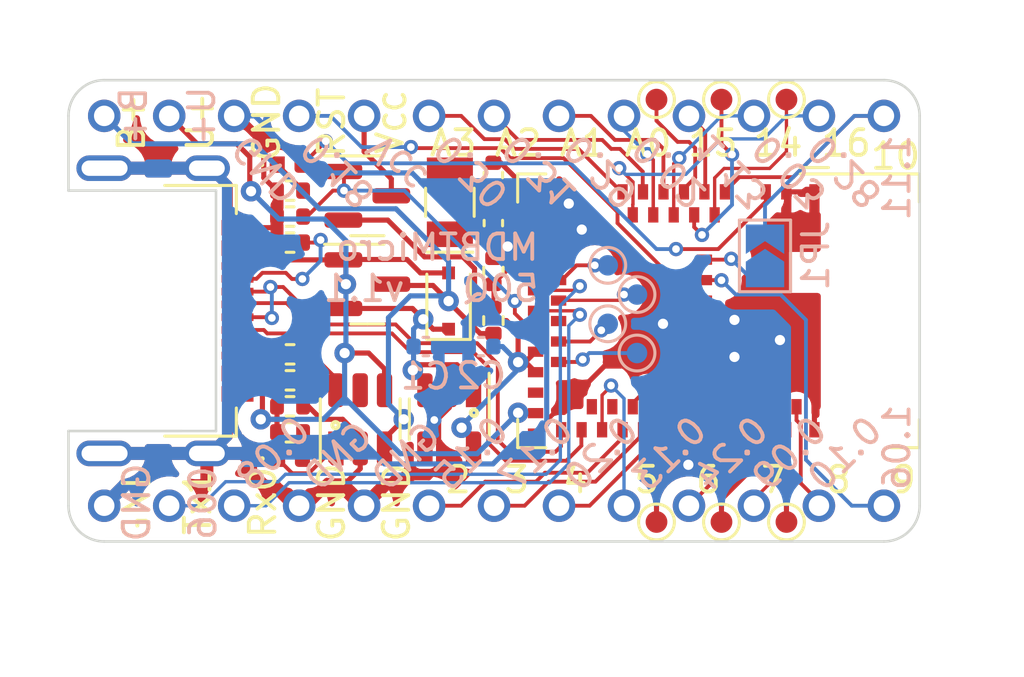
<source format=kicad_pcb>
(kicad_pcb (version 20211014) (generator pcbnew)
  (title_block (title "MDBTMicro-50Q") (date "2022-10-15") (rev "1.1") (comment 1 "For Raytac MDBT50Q (Nordic nRF52840/33 module)") (comment 2 "MIT License (OSHW)"))
  (layers (0 "F.Cu" signal) (31 "B.Cu" signal) (34 "B.Paste" user) (35 "F.Paste" user) (36 "B.SilkS" user "B.Silkscreen") (37 "F.SilkS" user "F.Silkscreen") (38 "B.Mask" user) (39 "F.Mask" user) (44 "Edge.Cuts" user))
  (net 0 "")
  (net 1 "/P0.06")
  (net 2 "/P0.08")
  (net 3 "GND")
  (net 4 "/P0.15")
  (net 5 "/P0.17")
  (net 6 "/P0.20")
  (net 7 "/P0.13")
  (net 8 "/P0.24")
  (net 9 "/P0.09")
  (net 10 "/P0.10")
  (net 11 "/P1.06")
  (net 12 "VBUS")
  (net 13 "nRF_VDD")
  (net 14 "/P0.30")
  (net 15 "/P0.31")
  (net 16 "/P0.29")
  (net 17 "/P0.02")
  (net 18 "/P0.03")
  (net 19 "/P0.28")
  (net 20 "/P1.11")
  (net 21 "VBAT")
  (net 22 "SWDIO")
  (net 23 "SWCLK")
  (net 24 "USB_D+")
  (net 25 "USB_D-")
  (net 26 "Net-(LD1-Pad1)")
  (net 27 "Net-(LD2-Pad1)")
  (net 28 "LED_PIN")
  (net 29 "RESET")
  (net 30 "EXT_VCC")
  (net 31 "POWER_PIN")
  (net 32 "/P1.04")
  (net 33 "/P1.12")
  (net 34 "/P1.14")
  (net 35 "/P1.15")
  (net 37 "BATTERY_PIN")
  (net 38 "Net-(C1-Pad1)")
  (net 39 "Net-(C3-Pad2)")
  (net 40 "Net-(C4-Pad2)")
  (net 41 "/P1.13")
  (net 42 "Net-(J2-PadA5)")
  (net 44 "Net-(J2-PadB5)")
  (net 46 "Net-(LD1-Pad2)")
  (net 47 "Net-(R3-Pad2)")
  (net 48 "/P0.07")
  (net 49 "/P0.05")
  (net 50 "/P0.12")
  (net 51 "/P0.11")
  (footprint "RF_Module:Raytac_MDBT50Q" (layer "F.Cu") (at 156.093 101.6 -90)
    (fp_text reference "U2" hide)
    (fp_text value "MDBT50Q-x1MV2")
  )
  (footprint "Crystal:Crystal_SMD_MicroCrystal_CC7V-T1A-2Pin_3.2x1.5mm" (layer "F.Cu") (at 145.5928 97.3582 90)
    (fp_text reference "X1" hide)
    (fp_text value "32.768kHz")
  )
  (footprint "Resistor_SMD:R_0402_1005Metric" (layer "F.Cu") (at 139.3444 96.901)
    (fp_text reference "R4" hide)
    (fp_text value "1k")
  )
  (footprint "" (layer "F.Cu") (at 132.08 109.22)
    (fp_text reference "")
    (fp_text value "")
  )
  (footprint "Capacitor_SMD:C_0402_1005Metric" (layer "F.Cu") (at 147.2928 98.171 90)
    (fp_text reference "C4" hide)
    (fp_text value "12pF")
  )
  (footprint "" (layer "F.Cu") (at 132.08 93.98)
    (fp_text reference "")
    (fp_text value "")
  )
  (footprint "TestPoint:TestPoint_Pad_D1.0mm" (layer "F.Cu") (at 153.67 109.855)
    (fp_text reference "TP8" hide)
    (fp_text value "GND")
  )
  (footprint "Resistor_SMD:R_0402_1005Metric" (layer "F.Cu") (at 147.2946 101.981 -90)
    (fp_text reference "R5" hide)
    (fp_text value "820k")
  )
  (footprint "Package_TO_SOT_SMD:SOT-23" (layer "F.Cu") (at 142.367 97.1042)
    (fp_text reference "Q2" hide)
    (fp_text value "AO3407")
  )
  (footprint "Resistor_SMD:R_0402_1005Metric" (layer "F.Cu") (at 139.3444 104.3178)
    (fp_text reference "R9" hide)
    (fp_text value "5.1k")
  )
  (footprint "Package_TO_SOT_SMD:SOT-23-6" (layer "F.Cu") (at 142.0876 105.8418 90)
    (fp_text reference "U3" hide)
    (fp_text value "TP4057")
  )
  (footprint "TestPoint:TestPoint_Pad_D1.0mm" (layer "F.Cu") (at 158.75 93.345)
    (fp_text reference "TP1" hide)
    (fp_text value "TestPoint" hide)
  )
  (footprint "Resistor_SMD:R_0402_1005Metric" (layer "F.Cu") (at 139.3444 105.3338)
    (fp_text reference "R1" hide)
    (fp_text value "100k")
  )
  (footprint "MDBTMicro_library:USB Type-C Mid-Mount Receptacle 16P" (layer "F.Cu") (at 133.0452 101.6 -90)
    (fp_text reference "J2" hide)
    (fp_text value "USB_C_Receptacle_USB2.0")
  )
  (footprint "TestPoint:TestPoint_Pad_D1.0mm" (layer "F.Cu") (at 153.67 93.345)
    (fp_text reference "TP3" hide)
    (fp_text value "TestPoint" hide)
  )
  (footprint "TestPoint:TestPoint_Pad_D1.0mm" (layer "F.Cu") (at 158.75 109.855)
    (fp_text reference "TP10" hide)
    (fp_text value "SWCLK")
  )
  (footprint "Package_TO_SOT_SMD:SOT-23-5" (layer "F.Cu") (at 145.5674 105.8418 -90)
    (fp_text reference "U1" hide)
    (fp_text value "XC6220B331MR-G")
  )
  (footprint "Resistor_SMD:R_0402_1005Metric" (layer "F.Cu") (at 139.3464 103.3018)
    (fp_text reference "R3" hide)
    (fp_text value "Rprog")
  )
  (footprint "Diode_SMD:D_SOD-323F" (layer "F.Cu") (at 145.542 101.219 90)
    (fp_text reference "D1" hide)
    (fp_text value "1N5819")
  )
  (footprint "TestPoint:TestPoint_Pad_D1.0mm" (layer "F.Cu") (at 156.21 93.345)
    (fp_text reference "TP2" hide)
    (fp_text value "TestPoint" hide)
  )
  (footprint "Capacitor_SMD:C_0402_1005Metric" (layer "F.Cu") (at 147.2928 96.2914 -90)
    (fp_text reference "C3" hide)
    (fp_text value "12pF")
  )
  (footprint "LED_SMD:LED_0402_1005Metric" (layer "F.Cu") (at 139.3285 95.885)
    (fp_text reference "LD2" hide)
    (fp_text value "User")
  )
  (footprint "Resistor_SMD:R_0402_1005Metric" (layer "F.Cu") (at 139.3444 98.933 180)
    (fp_text reference "R8" hide)
    (fp_text value "5.1k")
  )
  (footprint "Resistor_SMD:R_0402_1005Metric" (layer "F.Cu") (at 139.3444 97.917 180)
    (fp_text reference "R7" hide)
    (fp_text value "2M")
  )
  (footprint "TestPoint:TestPoint_Pad_D1.0mm" (layer "F.Cu") (at 156.21 109.855)
    (fp_text reference "TP9" hide)
    (fp_text value "SWDIO")
  )
  (footprint "Resistor_SMD:R_0402_1005Metric" (layer "F.Cu") (at 147.2946 100.0506 -90)
    (fp_text reference "R6" hide)
    (fp_text value "2M")
  )
  (footprint "Resistor_SMD:R_0402_1005Metric" (layer "F.Cu") (at 139.3444 106.3498 180)
    (fp_text reference "R2" hide)
    (fp_text value "1k")
  )
  (footprint "LED_SMD:LED_0402_1005Metric" (layer "F.Cu") (at 139.3444 107.383)
    (fp_text reference "LD1" hide)
    (fp_text value "Charging")
  )
  (footprint "Package_TO_SOT_SMD:SOT-23" (layer "F.Cu") (at 142.367 100.5586)
    (fp_text reference "Q1" hide)
    (fp_text value "AO3407")
  )
  (footprint "MDBTMicro_library:ProMicro" (layer "F.Cu") (at 134.62 109.22)
    (fp_text reference "J1" hide)
    (fp_text value "ProMicro Pinout")
  )
  (footprint "TestPoint:TestPoint_Pad_D1.0mm" (layer "B.Cu") (at 151.765 102.108 180)
    (fp_text reference "TP7" hide)
    (fp_text value "TestPoint" hide)
  )
  (footprint "Capacitor_SMD:C_0402_1005Metric" (layer "B.Cu") (at 144.653 102.997)
    (fp_text reference "C1")
    (fp_text value "1uF")
  )
  (footprint "TestPoint:TestPoint_Pad_D1.0mm" (layer "B.Cu") (at 152.908 103.251 180)
    (fp_text reference "TP6" hide)
    (fp_text value "TestPoint" hide)
  )
  (footprint "TestPoint:TestPoint_Pad_D1.0mm" (layer "B.Cu") (at 152.908 100.965 180)
    (fp_text reference "TP4" hide)
    (fp_text value "TestPoint" hide)
  )
  (footprint "Capacitor_SMD:C_0402_1005Metric" (layer "B.Cu") (at 146.812 102.997 180)
    (fp_text reference "C2")
    (fp_text value "1uF")
  )
  (footprint "Jumper:SolderJumper-2_P1.3mm_Open_TrianglePad1.0x1.5mm" (layer "B.Cu") (at 157.9118 99.4526 90)
    (fp_text reference "JP1")
    (fp_text value "SolderJumper_2_Open" hide)
  )
  (footprint "TestPoint:TestPoint_Pad_D1.0mm" (layer "B.Cu") (at 151.765 99.822 180)
    (fp_text reference "TP5" hide)
    (fp_text value "TestPoint" hide)
  )
  (gr_circle (center 146.5326 105.5878) (end 146.5834 105.5878) (layer "F.SilkS") (width 0.15) (fill none))
  (gr_circle (center 141.1224 106.0704) (end 141.1732 106.0704) (layer "F.SilkS") (width 0.15) (fill none))
  (gr_line (start 162.56 110.617) (end 132.08 110.617) (layer "Edge.Cuts") (width 0.1))
  (gr_line (start 132.08 92.583) (end 162.56 92.583) (layer "Edge.Cuts") (width 0.1))
  (gr_line (start 130.683 96.901) (end 130.683 93.98) (layer "Edge.Cuts") (width 0.1))
  (gr_arc (start 162.56 92.583) (mid 163.547828 92.992172) (end 163.957 93.98) (layer "Edge.Cuts") (width 0.1))
  (gr_line (start 130.683 109.22) (end 130.683 106.299) (layer "Edge.Cuts") (width 0.1))
  (gr_line (start 136.45 106.3) (end 136.45 96.9) (layer "Edge.Cuts") (width 0.1))
  (gr_line (start 130.683 106.299) (end 136.45 106.3) (layer "Edge.Cuts") (width 0.1))
  (gr_arc (start 132.08 110.617) (mid 131.092172 110.207828) (end 130.683 109.22) (layer "Edge.Cuts") (width 0.1))
  (gr_arc (start 163.957 109.22) (mid 163.547828 110.207828) (end 162.56 110.617) (layer "Edge.Cuts") (width 0.1))
  (gr_line (start 163.957 93.98) (end 163.957 109.22) (layer "Edge.Cuts") (width 0.1))
  (gr_arc (start 130.683 93.98) (mid 131.092172 92.992172) (end 132.08 92.583) (layer "Edge.Cuts") (width 0.1))
  (gr_line (start 136.45 96.9) (end 130.683 96.901) (layer "Edge.Cuts") (width 0.1))
  (gr_text "GND" (at 141.224 107.289015 45) (layer "B.SilkS") (effects (font (size 1 1)) (justify mirror)))
  (gr_text "GND" (at 143.891 107.289015 45) (layer "B.SilkS") (effects (font (size 1 1)) (justify mirror)))
  (gr_text "006" (at 135.9408 109.1184 90) (layer "B.SilkS") (effects (font (size 1 1)) (justify mirror)))
  (gr_text "0.02" (at 154.178 96.139 135) (layer "B.SilkS") (effects (font (size 1 1)) (justify mirror)))
  (gr_text "0.03" (at 158.877 96.139 135) (layer "B.SilkS") (effects (font (size 1 1)) (justify mirror)))
  (gr_text "0.15" (at 146.431 107.188 45) (layer "B.SilkS") (effects (font (size 1 1)) (justify mirror)))
  (gr_text "MDBTMicro\n50Q   v1.1" (at 149.1488 99.9236) (layer "B.SilkS") (effects (font (size 1 1)) (justify left mirror)))
  (gr_text "1.11" (at 163.068 96.393 90) (layer "B.SilkS") (effects (font (size 1 1)) (justify mirror)))
  (gr_text "0.20\n" (at 151.511 107.188 45) (layer "B.SilkS") (effects (font (size 1 1)) (justify mirror)))
  (gr_text "0.31" (at 149.098 96.139 135) (layer "B.SilkS") (effects (font (size 1 1)) (justify mirror)))
  (gr_text "B+" (at 133.223 93.98 90) (layer "B.SilkS") (effects (font (size 1 1)) (justify mirror)))
  (gr_text "0.08" (at 138.684 107.188 45) (layer "B.SilkS") (effects (font (size 1 1)) (justify mirror)))
  (gr_text "0.28" (at 161.036 96.139 135) (layer "B.SilkS") (effects (font (size 1 1)) (justify mirror)))
  (gr_text "0.29" (at 151.511 96.139 135) (layer "B.SilkS") (effects (font (size 1 1)) (justify mirror)))
  (gr_text "0.17\n" (at 148.971 107.188 45) (layer "B.SilkS") (effects (font (size 1 1)) (justify mirror)))
  (gr_text "0.18" (at 141.224 96.139 135) (layer "B.SilkS") (effects (font (size 1 1)) (justify mirror)))
  (gr_text "GND" (at 133.35 109.093 90) (layer "B.SilkS") (effects (font (size 1 1)) (justify mirror)))
  (gr_text "0.10\n" (at 161.036 107.188 45) (layer "B.SilkS") (effects (font (size 1 1)) (justify mirror)))
  (gr_text "0.13" (at 154.178 107.188 45) (layer "B.SilkS") (effects (font (size 1 1)) (justify mirror)))
  (gr_text "1.06" (at 163.068 106.934 90) (layer "B.SilkS") (effects (font (size 1 1)) (justify mirror)))
  (gr_text "U+" (at 135.89 93.98 90) (layer "B.SilkS") (effects (font (size 1 1)) (justify mirror)))
  (gr_text "V_{CC}" (at 143.51 95.82922 135) (layer "B.SilkS") (effects (font (size 1 1)) (justify mirror)))
  (gr_text "0.24" (at 156.591 107.188 45) (layer "B.SilkS") (effects (font (size 1 1)) (justify mirror)))
  (gr_text "1.13" (at 156.591 96.139 135) (layer "B.SilkS") (effects (font (size 1 1)) (justify mirror)))
  (gr_text "GND" (at 138.43 96.037985 135) (layer "B.SilkS") (effects (font (size 1 1)) (justify mirror)))
  (gr_text "0.30" (at 146.431 96.139 135) (layer "B.SilkS") (effects (font (size 1 1)) (justify mirror)))
  (gr_text "0.09\n" (at 158.877 107.188 45) (layer "B.SilkS") (effects (font (size 1 1)) (justify mirror)))
  (gr_text "14" (at 158.4198 95.0468) (layer "F.SilkS") (effects (font (size 1 1))))
  (gr_text "2" (at 145.923 108.204) (layer "F.SilkS") (effects (font (size 1 1))))
  (gr_text "Rx0" (at 138.2776 109.093 90) (layer "F.SilkS") (effects (font (size 1 1))))
  (gr_text "GND" (at 138.43 94.234 90) (layer "F.SilkS") (effects (font (size 1 1))))
  (gr_text "A1\n" (at 150.7998 95.0468) (layer "F.SilkS") (effects (font (size 1 1))))
  (gr_text "A2\n" (at 148.2598 95.0468) (layer "F.SilkS") (effects (font (size 1 1))))
  (gr_text "RST" (at 140.97 94.233999 90) (layer "F.SilkS") (effects (font (size 1 1))))
  (gr_text "U+" (at 135.8392 94.21019 90) (layer "F.SilkS") (effects (font (size 1 1))))
  (gr_text "V_{CC}" (at 143.256 94.234 90) (layer "F.SilkS") (effects (font (size 1 1))))
  (gr_text "15" (at 155.8798 95.0468) (layer "F.SilkS") (effects (font (size 1 1))))
  (gr_text "GND" (at 133.35 109.093 90) (layer "F.SilkS") (effects (font (size 1 1))))
  (gr_text "8" (at 160.782 108.204) (layer "F.SilkS") (effects (font (size 1 1))))
  (gr_text "10" (at 163.0172 95.5548) (layer "F.SilkS") (effects (font (size 1 1))))
  (gr_text "GND" (at 143.51 109.093 90) (layer "F.SilkS") (effects (font (size 1 1))))
  (gr_text "A3" (at 145.7198 95.0468) (layer "F.SilkS") (effects (font (size 1 1))))
  (gr_text "9" (at 163.322 108.204) (layer "F.SilkS") (effects (font (size 1 1))))
  (gr_text "B+" (at 133.1468 94.234 90) (layer "F.SilkS") (effects (font (size 1 1))))
  (gr_text "5" (at 153.289 108.204) (layer "F.SilkS") (effects (font (size 1 1))))
  (gr_text "4" (at 150.495 108.204) (layer "F.SilkS") (effects (font (size 1 1))))
  (gr_text "7" (at 158.242 108.204) (layer "F.SilkS") (effects (font (size 1 1))))
  (gr_text "Tx1" (at 135.7376 109.092999 90) (layer "F.SilkS") (effects (font (size 1 1))))
  (gr_text "6" (at 155.702 108.204) (layer "F.SilkS") (effects (font (size 1 1))))
  (gr_text "A0" (at 153.3398 95.0468) (layer "F.SilkS") (effects (font (size 1 1))))
  (gr_text "16" (at 161.0868 95.0468) (layer "F.SilkS") (effects (font (size 1 1))))
  (gr_text "GND" (at 140.97 109.093 90) (layer "F.SilkS") (effects (font (size 1 1))))
  (gr_text "3\n" (at 148.209 108.204) (layer "F.SilkS") (effects (font (size 1 1))))
  (segment (start 150.5076 100.8) (end 148.943 100.8) (width 0.13) (layer "F.Cu") (net 1))
  (segment (start 150.6728 100.6348) (end 150.5076 100.8) (width 0.13) (layer "F.Cu") (net 1))
  (via (at 150.6728 100.6348) (size 0.56) (drill 0.3) (layers "F.Cu" "B.Cu") (net 1))
  (segment (start 139.167909 107.990001) (end 138.87771 108.2802) (width 0.13) (layer "B.Cu") (net 1))
  (segment (start 149.353309 107.990001) (end 139.167909 107.990001) (width 0.13) (layer "B.Cu") (net 1))
  (segment (start 149.9108 101.3968) (end 149.9108 107.43251) (width 0.13) (layer "B.Cu") (net 1))
  (segment (start 135.887207 109.22) (end 134.62 109.22) (width 0.13) (layer "B.Cu") (net 1))
  (segment (start 150.6728 100.6348) (end 149.9108 101.3968) (width 0.13) (layer "B.Cu") (net 1))
  (segment (start 138.87771 108.2802) (end 136.827007 108.2802) (width 0.13) (layer "B.Cu") (net 1))
  (segment (start 149.9108 107.43251) (end 149.353309 107.990001) (width 0.13) (layer "B.Cu") (net 1))
  (segment (start 136.827007 108.2802) (end 135.887207 109.22) (width 0.13) (layer "B.Cu") (net 1))
  (segment (start 150.5204 101.6) (end 148.943 101.6) (width 0.13) (layer "F.Cu") (net 2))
  (segment (start 150.6728 101.7524) (end 150.5204 101.6) (width 0.13) (layer "F.Cu") (net 2))
  (via (at 150.6728 101.7524) (size 0.56) (drill 0.3) (layers "F.Cu" "B.Cu") (net 2))
  (segment (start 150.6728 101.7524) (end 150.2408 102.1844) (width 0.13) (layer "B.Cu") (net 2))
  (segment (start 150.2408 107.5692) (end 149.49 108.32) (width 0.13) (layer "B.Cu") (net 2))
  (segment (start 139.3046 108.32) (end 138.4046 109.22) (width 0.13) (layer "B.Cu") (net 2))
  (segment (start 150.2408 102.1844) (end 150.2408 107.5692) (width 0.13) (layer "B.Cu") (net 2))
  (segment (start 138.4046 109.22) (end 137.16 109.22) (width 0.13) (layer "B.Cu") (net 2))
  (segment (start 149.49 108.32) (end 139.3046 108.32) (width 0.13) (layer "B.Cu") (net 2))
  (segment (start 138.8344 97.917) (end 138.8344 98.933) (width 0.2) (layer "F.Cu") (net 3))
  (segment (start 158.743 99.258578) (end 158.743 101.593) (width 0.2) (layer "F.Cu") (net 3))
  (segment (start 141.4018 105.8418) (end 142.0876 106.5276) (width 0.2) (layer "F.Cu") (net 3))
  (segment (start 138.820236 96.901) (end 138.3185 96.399264) (width 0.2) (layer "F.Cu") (net 3))
  (segment (start 147.2946 99.0854) (end 147.8534 99.0854) (width 0.2) (layer "F.Cu") (net 3))
  (segment (start 150.241 97.409) (end 150.622 97.409) (width 0.2) (layer "F.Cu") (net 3))
  (segment (start 154.051 100.838) (end 150.6855 97.4725) (width 0.2) (layer "F.Cu") (net 3))
  (segment (start 138.8384 103.3018) (end 139.8544 104.3178) (width 0.2) (layer "F.Cu") (net 3))
  (segment (start 137.0076 98.2674) (end 136.906 98.1658) (width 0.4) (layer "F.Cu") (net 3))
  (segment (start 143.383 108.1278) (end 144.767796 108.1278) (width 0.2) (layer "F.Cu") (net 3))
  (segment (start 149.479 105.7855) (end 149.479 105.918) (width 0.18) (layer "F.Cu") (net 3))
  (segment (start 158.8008 97.663) (end 158.8008 97.0078) (width 0.2) (layer "F.Cu") (net 3))
  (segment (start 159.843 96.95) (end 158.743 96.95) (width 0.2) (layer "F.Cu") (net 3))
  (segment (start 138.3185 95.1385) (end 137.16 93.98) (width 0.2) (layer "F.Cu") (net 3))
  (segment (start 132.2302 107.175) (end 134.252 107.175) (width 0.2) (layer "F.Cu") (net 3))
  (segment (start 139.9794 109.4994) (end 139.7 109.22) (width 0.2) (layer "F.Cu") (net 3))
  (segment (start 147.2928 99.0872) (end 147.2928 99.5388) (width 0.2) (layer "F.Cu") (net 3))
  (segment (start 141.3764 108.6866) (end 140.6652 108.6866) (width 0.2) (layer "F.Cu") (net 3))
  (segment (start 147.3796 95.8114) (end 147.572569 95.8114) (width 0.2) (layer "F.Cu") (net 3))
  (segment (start 154.9146 107.6198) (end 154.7622 107.6198) (width 0.2) (layer "F.Cu") (net 3))
  (segment (start 150.013 96.8) (end 148.943 96.8) (width 0.2) (layer "F.Cu") (net 3))
  (segment (start 150.6855 97.4725) (end 150.013 96.8) (width 0.2) (layer "F.Cu") (net 3))
  (segment (start 138.8344 97.917) (end 138.8344 96.901) (width 0.2) (layer "F.Cu") (net 3))
  (segment (start 137.0076 104.9326) (end 136.906 105.0342) (width 0.4) (layer "F.Cu") (net 3))
  (segment (start 158.8008 98.7298) (end 158.8008 97.663) (width 0.2) (layer "F.Cu") (net 3))
  (segment (start 152.273 103.759) (end 151.638 103.759) (width 0.2) (layer "F.Cu") (net 3))
  (segment (start 142.0876 106.5276) (end 142.0876 106.9793) (width 0.2) (layer "F.Cu") (net 3))
  (segment (start 158.743 101.593) (end 158.743 102.482) (width 0.2) (layer "F.Cu") (net 3))
  (segment (start 142.24 109.22) (end 141.9606 109.4994) (width 0.2) (layer "F.Cu") (net 3))
  (segment (start 158.743 102.482) (end 158.743 103.5488) (width 0.2) (layer "F.Cu") (net 3))
  (segment (start 140.6652 108.6866) (end 139.9794 109.3724) (width 0.2) (layer "F.Cu") (net 3))
  (segment (start 136.906 96.7008) (end 136.2302 96.025) (width 0.4) (layer "F.Cu") (net 3))
  (segment (start 139.9794 109.3724) (end 139.9794 109.4994) (width 0.2) (layer "F.Cu") (net 3))
  (segment (start 153.924 102.108) (end 152.273 103.759) (width 0.2) (layer "F.Cu") (net 3))
  (segment (start 158.8008 97.0078) (end 158.743 96.95) (width 0.2) (layer "F.Cu") (net 3))
  (segment (start 150.622 97.409) (end 150.6855 97.4725) (width 0.2) (layer "F.Cu") (net 3))
  (segment (start 154.7622 107.6198) (end 153.67 108.712) (width 0.2) (layer "F.Cu") (net 3))
  (segment (start 147.2928 99.5388) (end 147.2946 99.5406) (width 0.2) (layer "F.Cu") (net 3))
  (segment (start 147.2928 99.0872) (end 147.2946 99.0854) (width 0.2) (layer "F.Cu") (net 3))
  (segment (start 147.2928 98.8182) (end 147.2928 99.0872) (width 0.2) (layer "F.Cu") (net 3))
  (segment (start 137.0902 98.35) (end 137.0076 98.2674) (width 0.2) (layer "F.Cu") (net 3))
  (segment (start 139.319 109.22) (end 139.7 109.22) (width 0.2) (layer "F.Cu") (net 3))
  (segment (start 149.479 105.918) (end 148.997 106.4) (width 0.18) (layer "F.Cu") (net 3))
  (segment (start 153.924 102.108) (end 154.051 101.981) (width 0.2) (layer "F.Cu") (net 3))
  (segment (start 138.8618 98.35) (end 138.8618 97.9444) (width 0.2) (layer "F.Cu") (net 3))
  (segment (start 136.2302 107.175) (end 137.274 107.175) (width 0.2) (layer "F.Cu") (net 3))
  (segment (start 134.252 107.556) (end 134.252 107.175) (width 0.2) (layer "F.Cu") (net 3))
  (segment (start 139.8544 104.3178) (end 139.8544 105.3338) (width 0.2) (layer "F.Cu") (net 3))
  (segment (start 137.0902 104.85) (end 137.0076 104.9326) (width 0.2) (layer "F.Cu") (net 3))
  (segment (start 137.0902 98.35) (end 138.8618 98.35) (width 0.2) (layer "F.Cu") (net 3))
  (segment (start 151.638 103.759) (end 149.86 105.537) (width 0.2) (layer "F.Cu") (net 3))
  (segment (start 158.8008 97.663) (end 158.8008 99.200778) (width 0.2) (layer "F.Cu") (net 3))
  (segment (start 145.5674 105.3846) (end 145.5674 104.7043) (width 0.2) (layer "F.Cu") (net 3))
  (segment (start 148.997 106.4) (end 148.943 106.4) (width 0.2) (layer "F.Cu") (net 3))
  (segment (start 141.3764 108.4834) (end 142.0876 107.7722) (width 0.2) (layer "F.Cu") (net 3))
  (segment (start 132.969 108.331) (end 133.477 108.331) (width 0.2) (layer "F.Cu") (net 3))
  (segment (start 140.0556 105.3338) (end 140.5636 105.8418) (width 0.2) (layer "F.Cu") (net 3))
  (segment (start 136.906 106.4992) (end 136.2302 107.175) (width 0.4) (layer "F.Cu") (net 3))
  (segment (start 145.1524 107.743196) (end 145.1524 105.7996) (width 0.2) (layer "F.Cu") (net 3))
  (segment (start 137.274 107.175) (end 139.319 109.22) (width 0.2) (layer "F.Cu") (net 3))
  (segment (start 140.5636 105.8418) (end 141.4018 105.8418) (width 0.2) (layer "F.Cu") (net 3))
  (segment (start 141.3764 108.6866) (end 141.3764 108.4834) (width 0.2) (layer "F.Cu") (net 3))
  (segment (start 153.67 108.712) (end 153.67 109.8042) (width 0.2) (layer "F.Cu") (net 3))
  (segment (start 138.8618 97.9444) (end 138.8344 97.917) (width 0.2) (layer "F.Cu") (net 3))
  (segment (start 139.8544 105.3338) (end 140.0556 105.3338) (width 0.2) (layer "F.Cu") (net 3))
  (segment (start 136.906 98.1658) (end 136.906 96.7008) (width 0.4) (layer "F.Cu") (net 3))
  (segment (start 142.2908 109.22) (end 143.383 108.1278) (width 0.2) (layer "F.Cu") (net 3))
  (segment (start 136.2302 96.025) (end 132.2302 96.025) (width 0.2) (layer "F.Cu") (net 3))
  (segment (start 159.843 104.6488) (end 159.843 106.25) (width 0.2) (layer "F.Cu") (net 3))
  (segment (start 149.7275 105.537) (end 149.479 105.7855) (width 0.18) (layer "F.Cu") (net 3))
  (segment (start 136.906 105.0342) (end 136.906 106.4992) (width 0.4) (layer "F.Cu") (net 3))
  (segment (start 141.9606 109.4994) (end 141.9606 109.2708) (width 0.2) (layer "F.Cu") (net 3))
  (segment (start 154.051 101.981) (end 154.051 100.838) (width 0.2) (layer "F.Cu") (net 3))
  (segment (start 145.1524 105.7996) (end 145.5674 105.3846) (width 0.2) (layer "F.Cu") (net 3))
  (segment (start 142.0876 107.7722) (end 142.0876 106.9793) (width 0.2) (layer "F.Cu") (net 3))
  (segment (start 138.3185 96.399264) (end 138.3185 95.1385) (width 0.2) (layer "F.Cu") (net 3))
  (segment (start 133.477 108.331) (end 134.252 107.556) (width 0.2) (layer "F.Cu") (net 3))
  (segment (start 132.08 109.22) (end 132.969 108.331) (width 0.2) (layer "F.Cu") (net 3))
  (segment (start 148.561169 96.8) (end 148.943 96.8) (width 0.2) (layer "F.Cu") (net 3))
  (segment (start 142.24 109.22) (end 142.2908 109.22) (width 0.2) (layer "F.Cu") (net 3))
  (segment (start 134.252 107.175) (end 136.2302 107.175) (width 0.2) (layer "F.Cu") (net 3))
  (segment (start 138.8364 103.3018) (end 138.8384 103.3018) (width 0.2) (layer "F.Cu") (net 3))
  (segment (start 144.767796 108.1278) (end 145.1524 107.743196) (width 0.2) (layer "F.Cu") (net 3))
  (segment (start 141.9606 109.2708) (end 141.3764 108.6866) (width 0.2) (layer "F.Cu") (net 3))
  (segment (start 147.572569 95.8114) (end 148.561169 96.8) (width 0.2) (layer "F.Cu") (net 3))
  (segment (start 158.8008 99.200778) (end 158.743 99.258578) (width 0.2) (layer "F.Cu") (net 3))
  (segment (start 158.743 103.5488) (end 159.843 104.6488) (width 0.2) (layer "F.Cu") (net 3))
  (segment (start 149.86 105.537) (end 149.7275 105.537) (width 0.18) (layer "F.Cu") (net 3))
  (via (at 154.9146 107.6198) (size 0.8) (drill 0.4) (layers "F.Cu" "B.Cu") (net 3))
  (via (at 147.8534 99.0854) (size 0.8) (drill 0.4) (layers "F.Cu" "B.Cu") (net 3))
  (via (at 150.241 97.409) (size 0.8) (drill 0.4) (layers "F.Cu" "B.Cu") (net 3))
  (via (at 158.496 102.743) (size 0.8) (drill 0.4) (layers "F.Cu" "B.Cu") (net 3))
  (via (at 156.718 103.4034) (size 0.8) (drill 0.4) (layers "F.Cu" "B.Cu") (net 3))
  (via (at 153.924 102.108) (size 0.8) (drill 0.4) (layers "F.Cu" "B.Cu") (net 3))
  (via (at 144.9832 105.8672) (size 0.56) (drill 0.3) (layers "F.Cu" "B.Cu") (net 3))
  (via (at 150.749 98.425) (size 0.8) (drill 0.4) (layers "F.Cu" "B.Cu") (net 3))
  (via (at 156.718 101.9556) (size 0.8) (drill 0.4) (layers "F.Cu" "B.Cu") (net 3))
  (segment (start 149.0218 106.4006) (end 149.3774 106.045) (width 0.2) (layer "B.Cu") (net 3))
  (segment (start 149.4282 96.5962) (end 147.8534 96.5962) (width 0.2) (layer "B.Cu") (net 3))
  (segment (start 156.718 104.521) (end 158.496 102.743) (width 0.2) (layer "B.Cu") (net 3))
  (segment (start 147.278399 107.585201) (end 148.463 106.4006) (width 0.2) (layer "B.Cu") (net 3))
  (segment (start 137.16 93.98) (end 137.9728 93.98) (width 0.2) (layer "B.Cu") (net 3))
  (segment (start 143.043601 107.585201) (end 147.278399 107.585201) (width 0.2) (layer "B.Cu") (net 3))
  (segment (start 149.3774 100.6094) (end 147.8534 99.0854) (width 0.2) (layer "B.Cu") (net 3))
  (segment (start 136.8806 106.5246) (end 136.2302 107.175) (width 0.4) (layer "B.Cu") (net 3))
  (segment (start 154.559 104.521) (end 154.94 104.521) (width 0.2) (layer "B.Cu") (net 3))
  (segment (start 153.924 103.886) (end 154.559 104.521) (width 0.2) (layer "B.Cu") (net 3))
  (segment (start 146.332 102.997) (end 146.304 103.025) (width 0.2) (layer "B.Cu") (net 3))
  (segment (start 145.1864 103.0504) (end 145.1864 105.664) (width 0.2) (layer "B.Cu") (net 3))
  (segment (start 146.304 104.5464) (end 144.9832 105.8672) (width 0.2) (layer "B.Cu") (net 3))
  (segment (start 136.2426 107.1626) (end 136.268 107.1372) (width 0.2) (layer "B.Cu") (net 3))
  (segment (start 150.241 97.409) (end 149.4282 96.5962) (width 0.2) (layer "B.Cu") (net 3))
  (segment (start 145.1864 105.664) (end 144.9832 105.8672) (width 0.2) (layer "B.Cu") (net 3))
  (segment (start 144.5006 96.5962) (end 147.8534 96.5962) (width 0.2) (layer "B.Cu") (net 3))
  (segment (start 148.463 106.4006) (end 149.0218 106.4006) (width 0.2) (layer "B.Cu") (net 3))
  (segment (start 137.9728 93.98) (end 140.202 96.2092) (width 0.2) (layer "B.Cu") (net 3))
  (segment (start 145.133 102.997) (end 145.1864 103.0504) (width 0.2) (layer "B.Cu") (net 3))
  (segment (start 136.268 107.1372) (end 142.5956 107.1372) (width 0.2) (layer "B.Cu") (net 3))
  (segment (start 142.5956 107.1372) (end 143.043601 107.585201) (width 0.2) (layer "B.Cu") (net 3))
  (segment (start 149.3774 106.045) (end 149.3774 100.6094) (width 0.2) (layer "B.Cu") (net 3))
  (segment (start 154.94 104.521) (end 156.718 104.521) (width 0.2) (layer "B.Cu") (net 3))
  (segment (start 154.9146 107.6198) (end 154.94 107.5944) (width 0.2) (layer "B.Cu") (net 3))
  (segment (start 153.924 102.108) (end 153.924 103.886) (width 0.2) (layer "B.Cu") (net 3))
  (segment (start 154.94 107.5944) (end 154.94 104.521) (width 0.2) (layer "B.Cu") (net 3))
  (segment (start 136.2302 96.025) (end 136.8806 96.6754) (width 0.4) (layer "B.Cu") (net 3))
  (segment (start 144.1136 96.2092) (end 144.5006 96.5962) (width 0.2) (layer "B.Cu") (net 3))
  (segment (start 146.304 103.025) (end 146.304 104.5464) (width 0.2) (layer "B.Cu") (net 3))
  (segment (start 147.8534 99.0854) (end 147.8534 96.5962) (width 0.2) (layer "B.Cu") (net 3))
  (segment (start 140.202 96.2092) (end 144.1136 96.2092) (width 0.2) (layer "B.Cu") (net 3))
  (segment (start 148.971 100.203) (end 147.8534 99.0854) (width 0.2) (layer "B.Cu") (net 3))
  (segment (start 136.8806 96.6754) (end 136.8806 106.5246) (width 0.4) (layer "B.Cu") (net 3))
  (segment (start 152.343 106.25) (end 152.343 106.5592) (width 0.15) (layer "F.Cu") (net 4))
  (segment (start 148.958625 108.2802) (end 146.972865 108.2802) (width 0.15) (layer "F.Cu") (net 4))
  (segment (start 146.972865 108.2802) (end 146.033065 109.22) (width 0.15) (layer "F.Cu") (net 4))
  (segment (start 152.343 106.5592) (end 150.972 107.9302) (width 0.15) (layer "F.Cu") (net 4))
  (segment (start 146.033065 109.22) (end 144.78 109.22) (width 0.15) (layer "F.Cu") (net 4))
  (segment (start 150.972 107.9302) (end 149.308625 107.9302) (width 0.15) (layer "F.Cu") (net 4))
  (segment (start 149.308625 107.9302) (end 148.958625 108.2802) (width 0.15) (layer "F.Cu") (net 4))
  (segment (start 153.143 106.4196) (end 153.143 106.25) (width 0.15) (layer "F.Cu") (net 5))
  (segment (start 149.4536 108.2802) (end 151.2824 108.2802) (width 0.15) (layer "F.Cu") (net 5))
  (segment (start 148.5138 109.22) (end 149.4536 108.2802) (width 0.15) (layer "F.Cu") (net 5))
  (segment (start 147.32 109.22) (end 148.5138 109.22) (width 0.15) (layer "F.Cu") (net 5))
  (segment (start 151.2824 108.2802) (end 153.143 106.4196) (width 0.15) (layer "F.Cu") (net 5))
  (segment (start 151.0538 109.22) (end 149.86 109.22) (width 0.15) (layer "F.Cu") (net 6))
  (segment (start 153.8558 107.1372) (end 153.1366 107.1372) (width 0.15) (layer "F.Cu") (net 6))
  (segment (start 154.743 106.25) (end 153.8558 107.1372) (width 0.15) (layer "F.Cu") (net 6))
  (segment (start 153.1366 107.1372) (end 151.0538 109.22) (width 0.15) (layer "F.Cu") (net 6))
  (segment (start 151.892 104.5464) (end 151.543 104.8954) (width 0.13) (layer "F.Cu") (net 7))
  (segment (start 151.892 104.521) (end 151.892 104.5464) (width 0.13) (layer "F.Cu") (net 7))
  (segment (start 151.543 104.8954) (end 151.543 106.25) (width 0.13) (layer "F.Cu") (net 7))
  (via (at 151.892 104.521) (size 0.56) (drill 0.3) (layers "F.Cu" "B.Cu") (net 7))
  (segment (start 152.4 105.029) (end 152.4 109.22) (width 0.13) (layer "B.Cu") (net 7))
  (segment (start 151.892 104.521) (end 152.4 105.029) (width 0.13) (layer "B.Cu") (net 7))
  (segment (start 156.343 106.25) (end 156.343 107.817) (width 0.15) (layer "F.Cu") (net 8))
  (segment (start 156.343 107.817) (end 154.94 109.22) (width 0.15) (layer "F.Cu") (net 8))
  (segment (start 158.343 105.35) (end 158.343 108.103) (width 0.13) (layer "F.Cu") (net 9))
  (segment (start 157.48 108.966) (end 157.48 109.22) (width 0.13) (layer "F.Cu") (net 9))
  (segment (start 158.343 108.103) (end 157.48 108.966) (width 0.13) (layer "F.Cu") (net 9))
  (segment (start 159.3088 106.045) (end 159.3088 108.3437) (width 0.15) (layer "F.Cu") (net 10))
  (segment (start 160.02 109.0549) (end 160.02 109.22) (width 0.15) (layer "F.Cu") (net 10))
  (segment (start 159.143 105.35) (end 159.143 105.8792) (width 0.15) (layer "F.Cu") (net 10))
  (segment (start 159.3088 108.3437) (end 160.02 109.0549) (width 0.15) (layer "F.Cu") (net 10))
  (segment (start 159.143 105.8792) (end 159.3088 106.045) (width 0.15) (layer "F.Cu") (net 10))
  (segment (start 156.21 100.4062) (end 156.2038 100.4) (width 0.15) (layer "F.Cu") (net 11))
  (segment (start 156.2038 100.4) (end 155.543 100.4) (width 0.15) (layer "F.Cu") (net 11))
  (via (at 156.21 100.4062) (size 0.56) (drill 0.3) (layers "F.Cu" "B.Cu") (net 11))
  (segment (start 156.7688 100.965) (end 158.5214 100.965) (width 0.15) (layer "B.Cu") (net 11))
  (segment (start 159.512 101.9556) (end 159.512 107.425065) (width 0.15) (layer "B.Cu") (net 11))
  (segment (start 156.21 100.4062) (end 156.7688 100.965) (width 0.15) (layer "B.Cu") (net 11))
  (segment (start 161.306935 109.22) (end 162.56 109.22) (width 0.15) (layer "B.Cu") (net 11))
  (segment (start 159.512 107.425065) (end 161.306935 109.22) (width 0.15) (layer "B.Cu") (net 11))
  (segment (start 158.5214 100.965) (end 159.512 101.9556) (width 0.15) (layer "B.Cu") (net 11))
  (segment (start 143.0376 103.8708) (end 143.0376 104.7043) (width 0.2) (layer "F.Cu") (net 12))
  (segment (start 144.442 100.119) (end 145.542 100.119) (width 0.2) (layer "F.Cu") (net 12))
  (segment (start 141.478 103.251) (end 142.4178 103.251) (width 0.2) (layer "F.Cu") (net 12))
  (segment (start 137.2616 95.0722) (end 135.7122 95.0722) (width 0.2) (layer "F.Cu") (net 12))
  (segment (start 141.5288 100.5586) (end 141.5288 99.7079) (width 0.2) (layer "F.Cu") (net 12))
  (segment (start 137.0902 104.05) (end 137.8828 104.05) (width 0.2) (layer "F.Cu") (net 12))
  (segment (start 138.8344 105.3338) (end 138.8344 105.8144) (width 0.2) (layer "F.Cu") (net 12))
  (segment (start 137.8204 96.9264) (end 137.7696 96.8756) (width 0.2) (layer "F.Cu") (net 12))
  (segment (start 138.369 99.6086) (end 137.9104 99.15) (width 0.2) (layer "F.Cu") (net 12))
  (segment (start 142.4178 103.251) (end 143.0376 103.8708) (width 0.2) (layer "F.Cu") (net 12))
  (segment (start 141.5288 99.7079) (end 141.4295 99.6086) (width 0.2) (layer "F.Cu") (net 12))
  (segment (start 137.8828 104.05) (end 138.2644 104.4316) (width 0.2) (layer "F.Cu") (net 12))
  (segment (start 148.2598 105.5878) (end 148.272 105.6) (width 0.2) (layer "F.Cu") (net 12))
  (segment (start 138.2644 104.4316) (end 138.2644 105.7788) (width 0.2) (layer "F.Cu") (net 12))
  (segment (start 141.4295 99.6086) (end 138.369 99.6086) (width 0.2) (layer "F.Cu") (net 12))
  (segment (start 138.2014 105.8418) (end 138.807 105.8418) (width 0.2) (layer "F.Cu") (net 12))
  (segment (start 138.8344 105.8144) (end 138.8344 106.3498) (width 0.2) (layer "F.Cu") (net 12))
  (segment (start 135.7122 95.0722) (end 134.62 93.98) (width 0.2) (layer "F.Cu") (net 12))
  (segment (start 143.9164 99.5934) (end 144.442 100.119) (width 0.2) (layer "F.Cu") (net 12))
  (segment (start 148.272 105.6) (end 148.943 105.6) (width 0.2) (layer "F.Cu") (net 12))
  (segment (start 138.2644 105.7788) (end 138.2014 105.8418) (width 0.2) (layer "F.Cu") (net 12))
  (segment (start 138.807 105.8418) (end 138.8344 105.8144) (width 0.2) (layer "F.Cu") (net 12))
  (segment (start 141.4447 99.5934) (end 143.9164 99.5934) (width 0.2) (layer "F.Cu") (net 12))
  (segment (start 137.7696 95.5802) (end 137.2616 95.0722) (width 0.2) (layer "F.Cu") (net 12))
  (segment (start 137.7696 96.8756) (end 137.7696 95.5802) (width 0.2) (layer "F.Cu") (net 12))
  (segment (start 137.9104 99.15) (end 137.0902 99.15) (width 0.2) (layer "F.Cu") (net 12))
  (via (at 141.5288 100.5586) (size 0.8) (drill 0.4) (layers "F.Cu" "B.Cu") (net 12))
  (via (at 141.478 103.251) (size 0.8) (drill 0.4) (layers "F.Cu" "B.Cu") (net 12))
  (via (at 137.8204 96.9264) (size 0.8) (drill 0.4) (layers "F.Cu" "B.Cu") (net 12))
  (via (at 148.2598 105.5878) (size 0.8) (drill 0.4) (layers "F.Cu" "B.Cu") (net 12))
  (via (at 138.2014 105.8418) (size 0.8) (drill 0.4) (layers "F.Cu" "B.Cu") (net 12))
  (segment (start 141.478 103.251) (end 141.478 105.0036) (width 0.2) (layer "B.Cu") (net 12))
  (segment (start 141.2748 105.2068) (end 141.478 105.0036) (width 0.2) (layer "B.Cu") (net 12))
  (segment (start 140.6398 105.8418) (end 141.2748 105.2068) (width 0.2) (layer "B.Cu") (net 12))
  (segment (start 138.2014 105.8418) (end 140.6398 105.8418) (width 0.2) (layer "B.Cu") (net 12))
  (segment (start 141.2748 105.2068) (end 141.6812 105.2068) (width 0.2) (layer "B.Cu") (net 12))
  (segment (start 141.5288 98.8568) (end 140.6842 98.0122) (width 0.2) (layer "B.Cu") (net 12))
  (segment (start 141.6812 105.2068) (end 141.478 105.0036) (width 0.2) (layer "B.Cu") (net 12))
  (segment (start 141.5288 103.2002) (end 141.478 103.251) (width 0.2) (layer "B.Cu") (net 12))
  (segment (start 140.6842 98.0122) (end 138.9062 98.0122) (width 0.2) (layer "B.Cu") (net 12))
  (segment (start 143.659601 107.185201) (end 141.6812 105.2068) (width 0.2) (layer "B.Cu") (net 12))
  (segment (start 146.662399 107.185201) (end 143.659601 107.185201) (width 0.2) (layer "B.Cu") (net 12))
  (segment (start 141.5288 100.5586) (end 141.5288 98.8568) (width 0.2) (layer "B.Cu") (net 12))
  (segment (start 148.2598 105.5878) (end 146.662399 107.185201) (width 0.2) (layer "B.Cu") (net 12))
  (segment (start 138.9062 98.0122) (end 137.8204 96.9264) (width 0.2) (layer "B.Cu") (net 12))
  (segment (start 141.5288 100.5586) (end 141.5288 103.2002) (width 0.2) (layer "B.Cu") (net 12))
  (segment (start 146.1008 99.4918) (end 144.6022 99.4918) (width 0.2) (layer "F.Cu") (net 13))
  (segment (start 146.8374 101.981) (end 146.558 101.7016) (width 0.2) (layer "F.Cu") (net 13))
  (segment (start 148.2598 103.6066) (end 148.5364 103.6066) (width 0.2) (layer "F.Cu") (net 13))
  (segment (start 148.2598 102.4382) (end 147.8026 101.981) (width 0.2) (layer "F.Cu") (net 13))
  (segment (start 146.558 99.949) (end 146.1008 99.4918) (width 0.2) (layer "F.Cu") (net 13))
  (segment (start 148.2598 103.6066) (end 148.5496 103.6066) (width 0.2) (layer "F.Cu") (net 13))
  (segment (start 146.5174 106.6394) (end 146.5174 106.9793) (width 0.2) (layer "F.Cu") (net 13))
  (segment (start 143.1646 98.0542) (end 141.4549 98.0542) (width 0.2) (layer "F.Cu") (net 13))
  (segment (start 148.5496 103.6066) (end 148.943 104) (width 0.2) (layer "F.Cu") (net 13))
  (segment (start 147.8026 101.981) (end 146.8374 101.981) (width 0.2) (layer "F.Cu") (net 13))
  (segment (start 148.5364 103.6066) (end 148.943 103.2) (width 0.2) (layer "F.Cu") (net 13))
  (segment (start 148.2598 103.6066) (end 148.2598 102.4382) (width 0.2) (layer "F.Cu") (net 13))
  (segment (start 146.558 101.7016) (end 146.558 99.949) (width 0.2) (layer "F.Cu") (net 13))
  (segment (start 146.05 106.172) (end 146.5174 106.6394) (width 0.2) (layer "F.Cu") (net 13))
  (segment (start 144.6022 99.4918) (end 143.1646 98.0542) (width 0.2) (layer "F.Cu") (net 13))
  (via (at 148.2598 103.6066) (size 0.8) (drill 0.4) (layers "F.Cu" "B.Cu") (net 13))
  (via (at 146.05 106.172) (size 0.8) (drill 0.4) (layers "F.Cu" "B.Cu") (net 13))
  (segment (start 148.2598 103.886) (end 146.05 106.0958) (width 0.2) (layer "B.Cu") (net 13))
  (segment (start 147.6502 102.997) (end 148.2598 103.6066) (width 0.2) (layer "B.Cu") (net 13))
  (segment (start 146.05 106.0958) (end 146.05 106.172) (width 0.2) (layer "B.Cu") (net 13))
  (segment (start 148.2598 103.6066) (end 148.2598 103.886) (width 0.2) (layer "B.Cu") (net 13))
  (segment (start 147.292 102.997) (end 147.6502 102.997) (width 0.2) (layer "B.Cu") (net 13))
  (segment (start 150.6164 95.2698) (end 148.114826 95.2698) (width 0.15) (layer "F.Cu") (net 14))
  (segment (start 146.033065 93.98) (end 144.78 93.98) (width 0.15) (layer "F.Cu") (net 14))
  (segment (start 152.333 96.95) (end 152.2966 96.95) (width 0.15) (layer "F.Cu") (net 14))
  (segment (start 152.2966 96.95) (end 150.6164 95.2698) (width 0.15) (layer "F.Cu") (net 14))
  (segment (start 146.943065 94.89) (end 146.033065 93.98) (width 0.15) (layer "F.Cu") (net 14))
  (segment (start 147.735026 94.89) (end 146.943065 94.89) (width 0.15) (layer "F.Cu") (net 14))
  (segment (start 148.114826 95.2698) (end 147.735026 94.89) (width 0.15) (layer "F.Cu") (net 14))
  (segment (start 153.133 96.1608) (end 152.242 95.2698) (width 0.15) (layer "F.Cu") (net 15))
  (segment (start 151.899426 95.2698) (end 151.549426 94.9198) (width 0.15) (layer "F.Cu") (net 15))
  (segment (start 152.242 95.2698) (end 151.899426 95.2698) (width 0.15) (layer "F.Cu") (net 15))
  (segment (start 148.2598 94.9198) (end 147.32 93.98) (width 0.15) (layer "F.Cu") (net 15))
  (segment (start 153.133 96.95) (end 153.133 96.1608) (width 0.15) (layer "F.Cu") (net 15))
  (segment (start 151.549426 94.9198) (end 148.2598 94.9198) (width 0.15) (layer "F.Cu") (net 15))
  (segment (start 152.0444 94.9198) (end 153.5938 94.9198) (width 0.15) (layer "F.Cu") (net 16))
  (segment (start 153.94 95.266) (end 153.94 96.943) (width 0.15) (layer "F.Cu") (net 16))
  (segment (start 153.5938 94.9198) (end 153.94 95.266) (width 0.15) (layer "F.Cu") (net 16))
  (segment (start 151.1046 93.98) (end 152.0444 94.9198) (width 0.15) (layer "F.Cu") (net 16))
  (segment (start 149.86 93.98) (end 151.1046 93.98) (width 0.15) (layer "F.Cu") (net 16))
  (segment (start 153.3144 95.4743) (end 153.543 95.7029) (width 0.135) (layer "F.Cu") (net 17))
  (segment (start 153.543 97.85) (end 153.543 96.39) (width 0.135) (layer "F.Cu") (net 17))
  (segment (start 153.543 95.7029) (end 153.543 96.4946) (width 0.135) (layer "F.Cu") (net 17))
  (via (at 153.3144 95.4743) (size 0.56) (drill 0.3) (layers "F.Cu" "B.Cu") (net 17))
  (segment (start 153.3144 95.4743) (end 152.4 94.5599) (width 0.135) (layer "B.Cu") (net 17))
  (segment (start 152.4 94.5599) (end 152.4 93.98) (width 0.135) (layer "B.Cu") (net 17))
  (segment (start 154.559 95.631) (end 154.343 95.847) (width 0.13) (layer "F.Cu") (net 18))
  (segment (start 154.343 95.847) (end 154.343 97.85) (width 0.13) (layer "F.Cu") (net 18))
  (via (at 154.559 95.631) (size 0.56) (drill 0.3) (layers "F.Cu" "B.Cu") (net 18))
  (segment (start 155.312793 94.88) (end 155.84 94.352793) (width 0.13) (layer "B.Cu") (net 18))
  (segment (start 155.31 94.88) (end 155.312793 94.88) (width 0.13) (layer "B.Cu") (net 18))
  (segment (start 155.84 94.352793) (end 155.84 94.35) (width 0.13) (layer "B.Cu") (net 18))
  (segment (start 156.21 93.98) (end 157.48 93.98) (width 0.13) (layer "B.Cu") (net 18))
  (segment (start 154.559 95.631) (end 155.31 94.88) (width 0.13) (layer "B.Cu") (net 18))
  (segment (start 155.84 94.35) (end 156.21 93.98) (width 0.13) (layer "B.Cu") (net 18))
  (segment (start 152.751 97.4392) (end 152.743 97.4472) (width 0.13) (layer "F.Cu") (net 19))
  (segment (start 152.211109 96.023091) (end 152.751 96.562982) (width 0.13) (layer "F.Cu") (net 19))
  (segment (start 152.743 97.4472) (end 152.743 97.85) (width 0.13) (layer "F.Cu") (net 19))
  (segment (start 152.751 96.562982) (end 152.751 97.4392) (width 0.13) (layer "F.Cu") (net 19))
  (via (at 152.211109 96.023091) (size 0.56) (drill 0.3) (layers "F.Cu" "B.Cu") (net 19))
  (segment (start 158.38 94.352793) (end 158.38 94.35) (width 0.13) (layer "B.Cu") (net 19))
  (segment (start 158.38 94.35) (end 158.75 93.98) (width 0.13) (layer "B.Cu") (net 19))
  (segment (start 154.813 96.266) (end 156.199 94.88) (width 0.13) (layer "B.Cu") (net 19))
  (segment (start 152.211109 96.023091) (end 152.454018 96.266) (width 0.13) (layer "B.Cu") (net 19))
  (segment (start 158.75 93.98) (end 160.02 93.98) (width 0.13) (layer "B.Cu") (net 19))
  (segment (start 156.199 94.88) (end 157.852793 94.88) (width 0.13) (layer "B.Cu") (net 19))
  (segment (start 152.454018 96.266) (end 154.813 96.266) (width 0.13) (layer "B.Cu") (net 19))
  (segment (start 157.852793 94.88) (end 158.38 94.352793) (width 0.13) (layer "B.Cu") (net 19))
  (segment (start 160.018 95.368934) (end 160.018 95.372) (width 0.15) (layer "F.Cu") (net 20))
  (segment (start 160.018 95.372) (end 159.015 96.375) (width 0.15) (layer "F.Cu") (net 20))
  (segment (start 160.061934 95.325) (end 160.018 95.368934) (width 0.15) (layer "F.Cu") (net 20))
  (segment (start 162.56 93.98) (end 161.41 93.98) (width 0.15) (layer "F.Cu") (net 20))
  (segment (start 156.908 96.375) (end 156.333 96.95) (width 0.15) (layer "F.Cu") (net 20))
  (segment (start 160.065 95.325) (end 160.061934 95.325) (width 0.15) (layer "F.Cu") (net 20))
  (segment (start 159.015 96.375) (end 156.908 96.375) (width 0.15) (layer "F.Cu") (net 20))
  (segment (start 161.41 93.98) (end 160.065 95.325) (width 0.15) (layer "F.Cu") (net 20))
  (segment (start 161.406934 93.98) (end 157.9118 97.475134) (width 0.15) (layer "B.Cu") (net 20))
  (segment (start 157.9118 97.475134) (end 157.9118 98.7276) (width 0.15) (layer "B.Cu") (net 20))
  (segment (start 162.56 93.98) (end 161.406934 93.98) (width 0.15) (layer "B.Cu") (net 20))
  (segment (start 143.7894 105.8418) (end 143.0376 106.5936) (width 0.2) (layer "F.Cu") (net 21))
  (segment (start 145.509714 101.219) (end 146.781714 102.491) (width 0.2) (layer "F.Cu") (net 21))
  (segment (start 145.542 101.219) (end 145.509714 101.219) (width 0.2) (layer "F.Cu") (net 21))
  (segment (start 146.781714 102.491) (end 147.2946 102.491) (width 0.2) (layer "F.Cu") (net 21))
  (segment (start 145.542 101.219) (end 144.9324 100.6094) (width 0.2) (layer "F.Cu") (net 21))
  (segment (start 144.9324 100.6094) (end 143.2791 100.6094) (width 0.2) (layer "F.Cu") (net 21))
  (segment (start 143.0376 106.5936) (end 143.0376 106.9793) (width 0.2) (layer "F.Cu") (net 21))
  (via (at 143.7894 105.8418) (size 0.8) (drill 0.4) (layers "F.Cu" "B.Cu") (net 21))
  (via (at 145.542 101.219) (size 0.8) (drill 0.4) (layers "F.Cu" "B.Cu") (net 21))
  (segment (start 145.542 101.219) (end 145.542 99.6696) (width 0.2) (layer "B.Cu") (net 21))
  (segment (start 143.7894 105.8418) (end 143.191 105.2434) (width 0.2) (layer "B.Cu") (net 21))
  (segment (start 143.191 101.8682) (end 144.0434 101.0158) (width 0.2) (layer "B.Cu") (net 21))
  (segment (start 133.1722 95.0722) (end 132.08 93.98) (width 0.2) (layer "B.Cu") (net 21))
  (segment (start 145.542 99.6696) (end 143.4846 97.6122) (width 0.2) (layer "B.Cu") (net 21))
  (segment (start 145.3388 101.0158) (end 145.542 101.219) (width 0.2) (layer "B.Cu") (net 21))
  (segment (start 143.191 105.2434) (end 143.191 101.8682) (width 0.2) (layer "B.Cu") (net 21))
  (segment (start 140.4874 97.6122) (end 137.9474 95.0722) (width 0.2) (layer "B.Cu") (net 21))
  (segment (start 137.9474 95.0722) (end 133.1722 95.0722) (width 0.2) (layer "B.Cu") (net 21))
  (segment (start 144.0434 101.0158) (end 145.3388 101.0158) (width 0.2) (layer "B.Cu") (net 21))
  (segment (start 143.4846 97.6122) (end 140.4874 97.6122) (width 0.2) (layer "B.Cu") (net 21))
  (segment (start 157.943 106.25) (end 157.943 107.233) (width 0.2) (layer "F.Cu") (net 22))
  (segment (start 156.21 108.966) (end 156.21 109.855) (width 0.2) (layer "F.Cu") (net 22))
  (segment (start 157.943 107.233) (end 156.21 108.966) (width 0.2) (layer "F.Cu") (net 22))
  (segment (start 158.75 106.25) (end 158.75 109.848) (width 0.2) (layer "F.Cu") (net 23))
  (segment (start 158.75 109.848) (end 158.757 109.855) (width 0.2) (layer "F.Cu") (net 23))
  (segment (start 150.733 106.25) (end 150.733 106.8738) (width 0.15) (layer "F.Cu") (net 24))
  (segment (start 144.0592 103.216) (end 143.3266 102.4834) (width 0.15) (layer "F.Cu") (net 24))
  (segment (start 147.784626 107.4618) (end 147.0924 106.769574) (width 0.15) (layer "F.Cu") (net 24))
  (segment (start 150.733 106.8738) (end 150.145 107.4618) (width 0.15) (layer "F.Cu") (net 24))
  (segment (start 138.452811 102.4834) (end 138.319411 102.35) (width 0.15) (layer "F.Cu") (net 24))
  (segment (start 146.510626 103.216) (end 144.0592 103.216) (width 0.15) (layer "F.Cu") (net 24))
  (segment (start 139.209226 101.2994) (end 137.1408 101.2994) (width 0.15) (layer "F.Cu") (net 24))
  (segment (start 143.3266 102.4834) (end 140.393225 102.4834) (width 0.15) (layer "F.Cu") (net 24))
  (segment (start 150.145 107.4618) (end 147.784626 107.4618) (width 0.15) (layer "F.Cu") (net 24))
  (segment (start 140.393225 102.4834) (end 138.452811 102.4834) (width 0.15) (layer "F.Cu") (net 24))
  (segment (start 147.0924 106.769574) (end 147.0924 103.797774) (width 0.15) (layer "F.Cu") (net 24))
  (segment (start 137.1408 101.2994) (end 137.0902 101.35) (width 0.15) (layer "F.Cu") (net 24))
  (segment (start 137.0902 102.35) (end 138.319411 102.35) (width 0.15) (layer "F.Cu") (net 24))
  (segment (start 147.0924 103.797774) (end 146.510626 103.216) (width 0.15) (layer "F.Cu") (net 24))
  (segment (start 140.393225 102.4834) (end 139.209226 101.2994) (width 0.15) (layer "F.Cu") (net 24))
  (segment (start 138.6332 101.8789) (end 138.6043 101.85) (width 0.15) (layer "F.Cu") (net 25))
  (segment (start 138.397169 100.85) (end 137.0902 100.85) (width 0.15) (layer "F.Cu") (net 25))
  (segment (start 149.933 106.8991) (end 149.7203 107.1118) (width 0.15) (layer "F.Cu") (net 25))
  (segment (start 144.204174 102.866) (end 143.471574 102.1334) (width 0.15) (layer "F.Cu") (net 25))
  (segment (start 149.7203 107.1118) (end 147.9296 107.1118) (width 0.15) (layer "F.Cu") (net 25))
  (segment (start 147.9296 107.1118) (end 147.466 106.6482) (width 0.15) (layer "F.Cu") (net 25))
  (segment (start 149.933 106.25) (end 149.933 106.8991) (width 0.15) (layer "F.Cu") (net 25))
  (segment (start 138.577107 100.670062) (end 138.397169 100.85) (width 0.15) (layer "F.Cu") (net 25))
  (segment (start 143.471574 102.1334) (end 140.5382 102.1334) (width 0.15) (layer "F.Cu") (net 25))
  (segment (start 147.466 103.6764) (end 146.6556 102.866) (width 0.15) (layer "F.Cu") (net 25))
  (segment (start 140.5382 102.1334) (end 139.074862 100.670062) (width 0.15) (layer "F.Cu") (net 25))
  (segment (start 146.6556 102.866) (end 144.204174 102.866) (width 0.15) (layer "F.Cu") (net 25))
  (segment (start 147.466 106.6482) (end 147.466 103.6764) (width 0.15) (layer "F.Cu") (net 25))
  (segment (start 138.6043 101.85) (end 137.0902 101.85) (width 0.15) (layer "F.Cu") (net 25))
  (segment (start 139.074862 100.670062) (end 138.577107 100.670062) (width 0.15) (layer "F.Cu") (net 25))
  (via (at 138.577107 100.670062) (size 0.56) (drill 0.3) (layers "F.Cu" "B.Cu") (net 25))
  (via (at 138.6332 101.8789) (size 0.56) (drill 0.3) (layers "F.Cu" "B.Cu") (net 25))
  (segment (start 138.6332 100.726155) (end 138.577107 100.670062) (width 0.15) (layer "B.Cu") (net 25))
  (segment (start 138.6332 101.8789) (end 138.6332 100.726155) (width 0.15) (layer "B.Cu") (net 25))
  (segment (start 140.08091 107.95) (end 141.05161 106.9793) (width 0.15) (layer "F.Cu") (net 26))
  (segment (start 141.05161 106.9793) (end 141.1376 106.9793) (width 0.15) (layer "F.Cu") (net 26))
  (segment (start 138.8594 107.383) (end 139.4264 107.95) (width 0.15) (layer "F.Cu") (net 26))
  (segment (start 139.4264 107.95) (end 140.08091 107.95) (width 0.15) (layer "F.Cu") (net 26))
  (segment (start 139.8544 96.8776) (end 138.8618 95.885) (width 0.15) (layer "F.Cu") (net 27))
  (segment (start 139.8544 96.901) (end 139.8544 96.8776) (width 0.15) (layer "F.Cu") (net 27))
  (segment (start 157.943 97.327) (end 157.943 96.95) (width 0.15) (layer "F.Cu") (net 28))
  (segment (start 139.827 95.885) (end 140.7414 94.9706) (width 0.15) (layer "F.Cu") (net 28))
  (segment (start 139.8135 95.885) (end 139.827 95.885) (width 0.15) (layer "F.Cu") (net 28))
  (segment (start 154.432 99.187) (end 156.083 99.187) (width 0.15) (layer "F.Cu") (net 28))
  (segment (start 156.083 99.187) (end 157.943 97.327) (width 0.15) (layer "F.Cu") (net 28))
  (via (at 140.7414 94.9706) (size 0.56) (drill 0.3) (layers "F.Cu" "B.Cu") (net 28))
  (via (at 154.432 99.187) (size 0.56) (drill 0.3) (layers "F.Cu" "B.Cu") (net 28))
  (segment (start 154.432 99.187) (end 153.67 99.187) (width 0.15) (layer "B.Cu") (net 28))
  (segment (start 150.3172 95.8342) (end 141.605 95.8342) (width 0.15) (layer "B.Cu") (net 28))
  (segment (start 153.67 99.187) (end 150.3172 95.8342) (width 0.15) (layer "B.Cu") (net 28))
  (segment (start 141.605 95.8342) (end 140.7414 94.9706) (width 0.15) (layer "B.Cu") (net 28))
  (segment (start 152.146 97.7392) (end 152.146 98.171) (width 0.15) (layer "F.Cu") (net 29))
  (segment (start 152.743 105.2105) (end 152.743 105.35) (width 0.15) (layer "F.Cu") (net 29))
  (segment (start 144.1096 95.24) (end 147.564 95.24) (width 0.15) (layer "F.Cu") (net 29))
  (segment (start 150.0378 95.631) (end 152.146 97.7392) (width 0.15) (layer "F.Cu") (net 29))
  (segment (start 147.955 95.631) (end 150.0378 95.631) (width 0.15) (layer "F.Cu") (net 29))
  (segment (start 154.686 100.711) (end 154.686 104.14) (width 0.15) (layer "F.Cu") (net 29))
  (segment (start 154.178 104.648) (end 153.3055 104.648) (width 0.15) (layer "F.Cu") (net 29))
  (segment (start 152.146 98.171) (end 154.686 100.711) (width 0.15) (layer "F.Cu") (net 29))
  (segment (start 144.0688 95.1992) (end 144.1096 95.24) (width 0.15) (layer "F.Cu") (net 29))
  (segment (start 153.3055 104.648) (end 152.743 105.2105) (width 0.15) (layer "F.Cu") (net 29))
  (segment (start 147.564 95.24) (end 147.955 95.631) (width 0.15) (layer "F.Cu") (net 29))
  (segment (start 154.686 104.14) (end 154.178 104.648) (width 0.15) (layer "F.Cu") (net 29))
  (via (at 144.0688 95.1992) (size 0.56) (drill 0.3) (layers "F.Cu" "B.Cu") (net 29))
  (segment (start 144.0688 95.1992) (end 142.1384 95.1992) (width 0.15) (layer "B.Cu") (net 29))
  (segment (start 142.1384 95.1992) (end 140.9192 93.98) (width 0.15) (layer "B.Cu") (net 29))
  (segment (start 140.9192 93.98) (end 139.7 93.98) (width 0.15) (layer "B.Cu") (net 29))
  (segment (start 143.3045 97.0788) (end 143.3045 96.4415) (width 0.2) (layer "F.Cu") (net 30))
  (segment (start 143.3045 96.4415) (end 142.24 95.377) (width 0.2) (layer "F.Cu") (net 30))
  (segment (start 142.24 95.377) (end 142.24 93.98) (width 0.2) (layer "F.Cu") (net 30))
  (segment (start 148.8312 102.4) (end 148.943 102.4) (width 0.15) (layer "F.Cu") (net 31))
  (segment (start 140.0048 97.917) (end 139.8544 97.917) (width 0.15) (layer "F.Cu") (net 31))
  (segment (start 148.1328 101.219) (end 148.1328 101.7016) (width 0.15) (layer "F.Cu") (net 31))
  (segment (start 141.0208 96.901) (end 140.0048 97.917) (width 0.15) (layer "F.Cu") (net 31))
  (segment (start 141.4526 96.901) (end 141.4526 96.1565) (width 0.15) (layer "F.Cu") (net 31))
  (segment (start 141.4526 96.901) (end 141.0208 96.901) (width 0.15) (layer "F.Cu") (net 31))
  (segment (start 148.1328 101.7016) (end 148.8312 102.4) (width 0.15) (layer "F.Cu") (net 31))
  (via (at 141.4526 96.901) (size 0.56) (drill 0.3) (layers "F.Cu" "B.Cu") (net 31))
  (via (at 148.1328 101.219) (size 0.56) (drill 0.3) (layers "F.Cu" "B.Cu") (net 31))
  (segment (start 141.4526 96.901) (end 143.8148 96.901) (width 0.15) (layer "B.Cu") (net 31))
  (segment (start 143.8148 96.901) (end 148.1328 101.219) (width 0.15) (layer "B.Cu") (net 31))
  (segment (start 156.591 99.568) (end 156.559 99.6) (width 0.15) (layer "F.Cu") (net 32))
  (segment (start 156.559 99.6) (end 155.543 99.6) (width 0.15) (layer "F.Cu") (net 32))
  (via (at 156.591 99.568) (size 0.56) (drill 0.3) (layers "F.Cu" "B.Cu") (net 32))
  (segment (start 156.591 99.568) (end 157.2006 100.1776) (width 0.15) (layer "B.Cu") (net 32))
  (segment (start 157.2006 100.1776) (end 157.9118 100.1776) (width 0.15) (layer "B.Cu") (net 32))
  (segment (start 156.314 96.035) (end 158.092 96.035) (width 0.13) (layer "F.Cu") (net 33))
  (segment (start 155.943 97.85) (end 155.943 96.406) (width 0.13) (layer "F.Cu") (net 33))
  (segment (start 155.943 96.406) (end 156.314 96.035) (width 0.13) (layer "F.Cu") (net 33))
  (segment (start 158.092 96.035) (end 158.75 95.377) (width 0.13) (layer "F.Cu") (net 33))
  (segment (start 158.75 95.377) (end 158.75 93.345) (width 0.13) (layer "F.Cu") (net 33))
  (segment (start 155.448 98.6325) (end 155.143 98.3275) (width 0.15) (layer "F.Cu") (net 34))
  (segment (start 155.143 98.3275) (end 155.143 97.85) (width 0.15) (layer "F.Cu") (net 34))
  (segment (start 156.621909 95.4905) (end 156.21 95.078591) (width 0.15) (layer "F.Cu") (net 34))
  (segment (start 156.21 95.078591) (end 156.21 93.345) (width 0.15) (layer "F.Cu") (net 34))
  (via (at 156.621909 95.4905) (size 0.56) (drill 0.3) (layers "F.Cu" "B.Cu") (net 34))
  (via (at 155.448 98.6325) (size 0.56) (drill 0.3) (layers "F.Cu" "B.Cu") (net 34))
  (segment (start 155.448 98.6325) (end 156.621909 97.458591) (width 0.15) (layer "B.Cu") (net 34))
  (segment (start 156.621909 97.458591) (end 156.621909 95.4905) (width 0.15) (layer "B.Cu") (net 34))
  (segment (start 155.183 96.3935) (end 155.183 95.239) (width 0.15) (layer "F.Cu") (net 35))
  (segment (start 153.67 94.1705) (end 153.67 93.345) (width 0.15) (layer "F.Cu") (net 35))
  (segment (start 154.94 94.996) (end 154.4955 94.996) (width 0.15) (layer "F.Cu") (net 35))
  (segment (start 154.743 96.95) (end 154.743 96.8335) (width 0.15) (layer "F.Cu") (net 35))
  (segment (start 155.183 95.239) (end 154.94 94.996) (width 0.15) (layer "F.Cu") (net 35))
  (segment (start 154.743 96.8335) (end 155.183 96.3935) (width 0.15) (layer "F.Cu") (net 35))
  (segment (start 154.4955 94.996) (end 153.67 94.1705) (width 0.15) (layer "F.Cu") (net 35))
  (segment (start 148.933 100) (end 147.8552 100) (width 0.15) (layer "F.Cu") (net 37))
  (segment (start 147.8552 100) (end 147.2692 100.586) (width 0.15) (layer "F.Cu") (net 37))
  (segment (start 147.2946 100.5606) (end 147.2946 101.471) (width 0.15) (layer "F.Cu") (net 37))
  (segment (start 144.9402 102.319) (end 145.542 102.319) (width 0.2) (layer "F.Cu") (net 38))
  (segment (start 144.5514 101.9302) (end 144.9402 102.319) (width 0.2) (layer "F.Cu") (net 38))
  (segment (start 144.1298 101.5086) (end 141.86525 101.5086) (width 0.2) (layer "F.Cu") (net 38))
  (segment (start 146.3396 104.201) (end 146.3396 104.6926) (width 0.2) (layer "F.Cu") (net 38))
  (segment (start 144.5514 101.9302) (end 144.1298 101.5086) (width 0.2) (layer "F.Cu") (net 38))
  (segment (start 146.5174 104.3534) (end 145.8722 103.7082) (width 0.2) (layer "F.Cu") (net 38))
  (segment (start 145.8722 103.7082) (end 144.3567 103.7082) (width 0.2) (layer "F.Cu") (net 38))
  (segment (start 144.6174 104.3923) (end 144.145 103.9199) (width 0.2) (layer "F.Cu") (net 38))
  (segment (start 146.5174 104.7043) (end 146.5174 104.3534) (width 0.2) (layer "F.Cu") (net 38))
  (segment (start 144.3567 103.7082) (end 144.145 103.9199) (width 0.2) (layer "F.Cu") (net 38))
  (via (at 144.145 103.9199) (size 0.8) (drill 0.4) (layers "F.Cu" "B.Cu") (net 38))
  (via (at 144.5514 101.9302) (size 0.8) (drill 0.4) (layers "F.Cu" "B.Cu") (net 38))
  (segment (start 144.173 102.3086) (end 144.5514 101.9302) (width 0.2) (layer "B.Cu") (net 38))
  (segment (start 144.145 103.9199) (end 144.173 103.8919) (width 0.2) (layer "B.Cu") (net 38))
  (segment (start 144.173 103.8919) (end 144.173 102.3086) (width 0.2) (layer "B.Cu") (net 38))
  (segment (start 148.693 98.4) (end 148.3106 98.0176) (width 0.15) (layer "F.Cu") (net 39))
  (segment (start 146.256 96.7714) (end 145.5928 96.1082) (width 0.15) (layer "F.Cu") (net 39))
  (segment (start 148.933 98.4) (end 148.693 98.4) (width 0.15) (layer "F.Cu") (net 39))
  (segment (start 148.3106 97.3074) (end 147.7746 96.7714) (width 0.15) (layer "F.Cu") (net 39))
  (segment (start 147.7746 96.7714) (end 146.256 96.7714) (width 0.15) (layer "F.Cu") (net 39))
  (segment (start 148.3106 98.0176) (end 148.3106 97.3074) (width 0.15) (layer "F.Cu") (net 39))
  (segment (start 147.4242 97.691) (end 147.2928 97.691) (width 0.15) (layer "F.Cu") (net 40))
  (segment (start 148.933 99.1998) (end 147.4242 97.691) (width 0.15) (layer "F.Cu") (net 40))
  (segment (start 147.2928 97.691) (end 146.51 97.691) (width 0.15) (layer "F.Cu") (net 40))
  (segment (start 148.933 99.2) (end 148.933 99.1998) (width 0.15) (layer "F.Cu") (net 40))
  (segment (start 146.51 97.691) (end 145.5928 98.6082) (width 0.15) (layer "F.Cu") (net 40))
  (segment (start 155.533 96.95) (end 155.575 96.908) (width 0.15) (layer "F.Cu") (net 41))
  (segment (start 155.575 96.908) (end 155.575 94.615) (width 0.15) (layer "F.Cu") (net 41))
  (segment (start 155.575 94.615) (end 154.94 93.98) (width 0.15) (layer "F.Cu") (net 41))
  (segment (start 139.180262 100.115062) (end 138.263938 100.115062) (width 0.15) (layer "F.Cu") (net 42))
  (segment (start 139.4206 100.3554) (end 139.180262 100.115062) (width 0.15) (layer "F.Cu") (net 42))
  (segment (start 140.4366 98.933) (end 139.8544 98.933) (width 0.15) (layer "F.Cu") (net 42))
  (segment (start 138.263938 100.115062) (end 138.029 100.35) (width 0.15) (layer "F.Cu") (net 42))
  (segment (start 139.827 100.3554) (end 139.4206 100.3554) (width 0.15) (layer "F.Cu") (net 42))
  (segment (start 138.029 100.35) (end 137.0902 100.35) (width 0.15) (layer "F.Cu") (net 42))
  (segment (start 140.5382 98.8314) (end 140.4366 98.933) (width 0.15) (layer "F.Cu") (net 42))
  (via (at 140.5382 98.8314) (size 0.56) (drill 0.3) (layers "F.Cu" "B.Cu") (net 42))
  (via (at 139.827 100.3554) (size 0.56) (drill 0.3) (layers "F.Cu" "B.Cu") (net 42))
  (segment (start 140.5382 99.6442) (end 139.827 100.3554) (width 0.15) (layer "B.Cu") (net 42))
  (segment (start 140.5382 98.8314) (end 140.5382 99.6442) (width 0.15) (layer "B.Cu") (net 42))
  (segment (start 137.9194 103.35) (end 137.0902 103.35) (width 0.15) (layer "F.Cu") (net 44))
  (segment (start 138.8344 104.265) (end 137.9194 103.35) (width 0.15) (layer "F.Cu") (net 44))
  (segment (start 138.8344 104.3178) (end 138.8344 104.265) (width 0.15) (layer "F.Cu") (net 44))
  (segment (start 139.8294 106.3748) (end 139.8544 106.3498) (width 0.15) (layer "F.Cu") (net 46))
  (segment (start 139.8294 107.383) (end 139.8294 106.3748) (width 0.15) (layer "F.Cu") (net 46))
  (segment (start 140.208 103.3018) (end 141.1376 104.2314) (width 0.15) (layer "F.Cu") (net 47))
  (segment (start 141.1376 104.2314) (end 141.1376 104.7043) (width 0.15) (layer "F.Cu") (net 47))
  (segment (start 139.8564 103.3018) (end 140.208 103.3018) (width 0.15) (layer "F.Cu") (net 47))
  (segment (start 152.4 100.965) (end 152.1752 101.1898) (width 0.13) (layer "F.Cu") (net 48))
  (segment (start 149.8532 101.1898) (end 149.843 101.2) (width 0.15) (layer "F.Cu") (net 48))
  (segment (start 152.1752 101.1898) (end 149.8532 101.1898) (width 0.13) (layer "F.Cu") (net 48))
  (via (at 152.4 100.965) (size 0.56) (drill 0.3) (layers "F.Cu" "B.Cu") (net 48))
  (segment (start 152.4 100.965) (end 152.908 100.965) (width 0.15) (layer "B.Cu") (net 48))
  (segment (start 150.545 99.822) (end 149.967 100.4) (width 0.15) (layer "F.Cu") (net 49))
  (segment (start 149.967 100.4) (end 149.843 100.4) (width 0.15) (layer "F.Cu") (net 49))
  (segment (start 151.257 99.822) (end 150.545 99.822) (width 0.15) (layer "F.Cu") (net 49))
  (via (at 151.257 99.822) (size 0.56) (drill 0.3) (layers "F.Cu" "B.Cu") (net 49))
  (segment (start 151.257 99.822) (end 151.765 99.822) (width 0.15) (layer "B.Cu") (net 49))
  (segment (start 150.7853 103.505) (end 150.6903 103.6) (width 0.15) (layer "F.Cu") (net 50))
  (segment (start 150.6903 103.6) (end 149.843 103.6) (width 0.15) (layer "F.Cu") (net 50))
  (via (at 150.7853 103.505) (size 0.56) (drill 0.3) (layers "F.Cu" "B.Cu") (net 50))
  (segment (start 150.7853 103.505) (end 151.0393 103.251) (width 0.15) (layer "B.Cu") (net 50))
  (segment (start 151.0393 103.251) (end 152.908 103.251) (width 0.15) (layer "B.Cu") (net 50))
  (segment (start 151.511 102.362) (end 151.073 102.8) (width 0.15) (layer "F.Cu") (net 51))
  (segment (start 151.073 102.8) (end 149.843 102.8) (width 0.15) (layer "F.Cu") (net 51))
  (via (at 151.511 102.362) (size 0.56) (drill 0.3) (layers "F.Cu" "B.Cu") (net 51))
  (segment (start 151.511 102.362) (end 151.765 102.108) (width 0.15) (layer "B.Cu") (net 51))
  (zone locked (net 3) (net_name "GND") (layers F&B.Cu) (connect_pads (clearance 0.508)) (min_thickness 0.254) (fill yes (thermal_gap 0.508) (thermal_bridge_width 0.508))
    (polygon (pts (xy 163.83 110.617) (xy 130.81 110.617) (xy 130.81 92.583) (xy 163.83 92.583)))
  )
  (zone (net 0) (net_name "") (layers F&B.Cu) (connect_pads (clearance 0)) (min_thickness 0.254)
    (keepout (tracks allowed) (vias allowed) (pads allowed) (copperpour not_allowed) (footprints allowed))
    (fill (thermal_gap 0.508) (thermal_bridge_width 0.508))
    (polygon (pts (xy 163.957 109.2454) (xy 163.957 110.617) (xy 130.683 110.617) (xy 130.683 109.2454)))
  )
  (zone (net 0) (net_name "") (layers F&B.Cu) (connect_pads (clearance 0)) (min_thickness 0.254)
    (keepout (tracks allowed) (vias allowed) (pads allowed) (copperpour not_allowed) (footprints allowed))
    (fill (thermal_gap 0.508) (thermal_bridge_width 0.508))
    (polygon (pts (xy 163.957 92.583) (xy 163.957 93.9546) (xy 130.683 93.9546) (xy 130.683 92.583)))
  )
)
</source>
